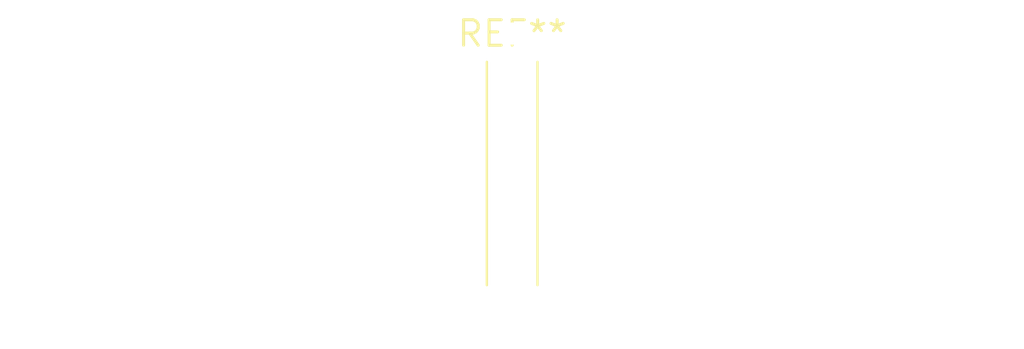
<source format=kicad_pcb>
(kicad_pcb (version 20240108) (generator pcbnew)
  (layers (0 "F.Cu" signal) (31 "B.Cu" signal) (34 "B.Paste" user) (35 "F.Paste" user) (36 "B.SilkS" user "B.Silkscreen") (37 "F.SilkS" user "F.Silkscreen") (38 "B.Mask" user) (39 "F.Mask" user) (44 "Edge.Cuts" user))
  (net 0 "")
  (footprint "SolderWire-0.5sqmm_1x01_D0.9mm_OD2.3mm_Relief" (layer "F.Cu") (at 0 0)
    (property "Reference" "REF**")
    (property "Value" "SolderWire-0.5sqmm_1x01_D0.9mm_OD2.3mm_Relief")
    (fp_line (start -1.26 1.41) (end -1.26 12.54) (layer "F.SilkS") (stroke (width 0.12)))
    (fp_line (start 1.26 1.41) (end 1.26 12.54) (layer "F.SilkS") (stroke (width 0.12)))
    (pad "" np_thru_hole circle (at 0 13.8) (size 2.8 2.8) (drill 2.8) (layers *.Cu *.Mask))
    (pad "1" thru_hole roundrect (at 0 0) (size 2.3 2.3) (drill 1.1) (layers *.Cu *.Mask) (remove_unused_layers) (roundrect_rratio 0.108696))
  )
)
</source>
